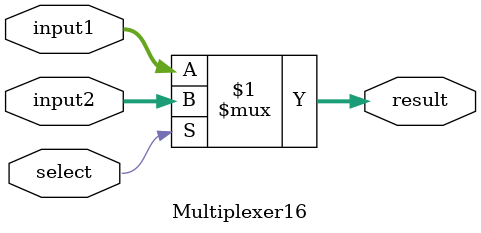
<source format=v>
module Multiplexer16
	(input select,
	 input [15:0] input1,
	 input [15:0] input2,
	 output wire [15:0] result
    );
	 
	assign result = (select) ? input2 : input1;

endmodule

</source>
